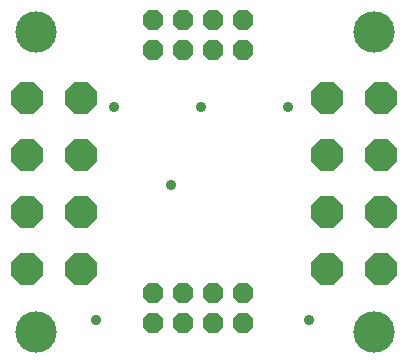
<source format=gbs>
G75*
%MOIN*%
%OFA0B0*%
%FSLAX25Y25*%
%IPPOS*%
%LPD*%
%AMOC8*
5,1,8,0,0,1.08239X$1,22.5*
%
%ADD10C,0.13800*%
%ADD11OC8,0.10800*%
%ADD12OC8,0.06800*%
%ADD13C,0.03600*%
D10*
X0012250Y0012250D03*
X0012250Y0112250D03*
X0124750Y0112250D03*
X0124750Y0012250D03*
D11*
X0127250Y0033250D03*
X0109250Y0033250D03*
X0109250Y0052250D03*
X0127250Y0052250D03*
X0127250Y0071250D03*
X0109250Y0071250D03*
X0109250Y0090250D03*
X0127250Y0090250D03*
X0027250Y0090250D03*
X0009250Y0090250D03*
X0009250Y0071250D03*
X0027250Y0071250D03*
X0027250Y0052250D03*
X0009250Y0052250D03*
X0009250Y0033250D03*
X0027250Y0033250D03*
D12*
X0051250Y0025250D03*
X0061250Y0025250D03*
X0061250Y0015250D03*
X0051250Y0015250D03*
X0071250Y0015250D03*
X0081250Y0015250D03*
X0081250Y0025250D03*
X0071250Y0025250D03*
X0071250Y0106250D03*
X0081250Y0106250D03*
X0081250Y0116250D03*
X0071250Y0116250D03*
X0061250Y0116250D03*
X0051250Y0116250D03*
X0051250Y0106250D03*
X0061250Y0106250D03*
D13*
X0067250Y0087250D03*
X0057250Y0061250D03*
X0038250Y0087250D03*
X0096250Y0087250D03*
X0103250Y0016250D03*
X0032250Y0016250D03*
M02*

</source>
